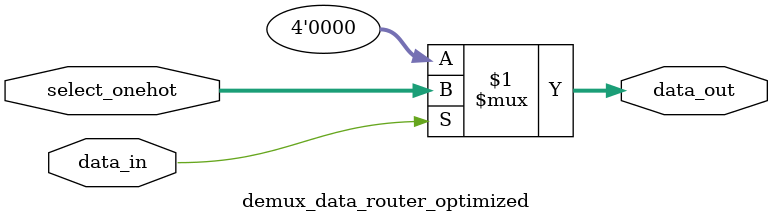
<source format=sv>
module demux_1to4_case (
    input  wire       din,           // Data input
    input  wire [1:0] select,        // 2-bit selection control
    output wire [3:0] dout           // 4-bit output bus
);

    wire [3:0] select_onehot;

    // Optimized selector: Range check and one-hot generation
    demux_selector_optimized #(
        .WIDTH(4)
    ) u_selector (
        .select_in(select),
        .select_onehot(select_onehot)
    );

    // Optimized data router: Direct mask
    demux_data_router_optimized #(
        .WIDTH(4)
    ) u_data_router (
        .data_in(din),
        .select_onehot(select_onehot),
        .data_out(dout)
    );

endmodule

// -----------------------------------------------------------------------------
// Optimized Selector submodule: Decodes select signal into one-hot select lines
// Includes a 4-bit subtractor using two's complement addition
// -----------------------------------------------------------------------------
module demux_selector_optimized #(
    parameter WIDTH = 4
) (
    input  wire [$clog2(WIDTH)-1:0] select_in,    // Selection control input
    output wire [WIDTH-1:0]         select_onehot // One-hot select lines
);
    // Subtractor signals (demonstration of two's complement addition for subtraction)
    wire [3:0] sub_a;
    wire [3:0] sub_b;
    wire [3:0] sub_b_inv;
    wire [3:0] subtract_result;
    wire       carry_in;
    wire       carry_out;

    // Example values for subtraction (these can be replaced or connected as needed)
    assign sub_a = 4'b1011; // Example operand A
    assign sub_b = 4'b0101; // Example operand B

    // Two's complement inversion for subtraction
    assign sub_b_inv = ~sub_b;
    assign carry_in = 1'b1;

    // Two's complement addition for subtraction: sub_a - sub_b = sub_a + (~sub_b + 1)
    assign {carry_out, subtract_result} = {1'b0, sub_a} + {1'b0, sub_b_inv} + carry_in;

    assign select_onehot = (select_in < WIDTH) ? (1'b1 << select_in) : {WIDTH{1'b0}};
endmodule

// -----------------------------------------------------------------------------
// Optimized Data routing submodule: Routes din to the selected output line
// -----------------------------------------------------------------------------
module demux_data_router_optimized #(
    parameter WIDTH = 4
) (
    input  wire       data_in,                    // Data input
    input  wire [WIDTH-1:0] select_onehot,        // One-hot select lines
    output wire [WIDTH-1:0] data_out              // Data outputs
);
    assign data_out = data_in ? select_onehot : {WIDTH{1'b0}};
endmodule
</source>
